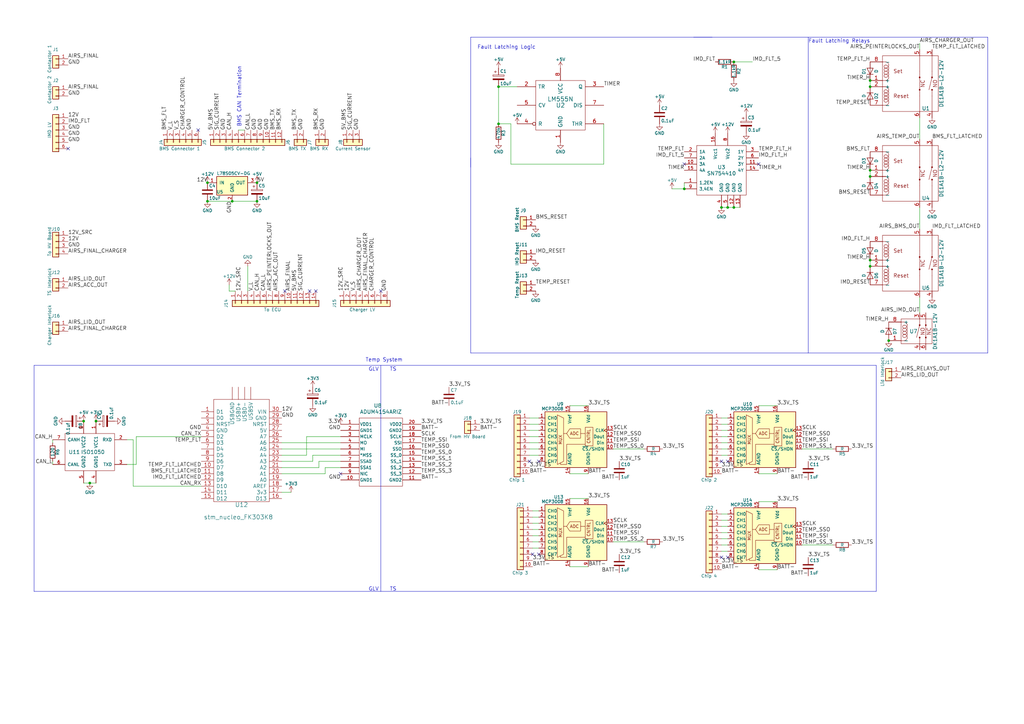
<source format=kicad_sch>
(kicad_sch (version 20230121) (generator eeschema)
  (paper "A3")
  (junction (at 85.09 82.55))
  (junction (at 298.45 85.09))
  (junction (at 356.87 35.56))
  (junction (at 356.87 106.68))
  (junction (at 105.41 74.93))
  (junction (at 105.41 82.55))
  (junction (at 356.87 72.39))
  (junction (at 300.99 25.4))
  (junction (at 95.25 82.55))
  (junction (at 356.87 109.22))
  (junction (at 204.47 50.8))
  (junction (at 364.49 139.7))
  (junction (at 356.87 69.85))
  (junction (at 300.99 85.09))
  (junction (at 280.67 77.47))
  (junction (at 39.37 172.72))
  (junction (at 204.47 35.56))
  (junction (at 34.29 172.72))
  (junction (at 85.09 74.93))
  (junction (at 36.83 198.12))
  (junction (at 295.91 85.09))
  (junction (at 356.87 33.02))
  (no_connect (at 116.84 119.38))
  (no_connect (at 27.94 60.96))
  (no_connect (at 139.7 194.31))
  (no_connect (at 218.44 227.33))
  (no_connect (at 298.45 228.6))
  (no_connect (at 295.91 189.23))
  (no_connect (at 220.98 227.33))
  (no_connect (at 81.28 53.34))
  (no_connect (at 217.17 189.23))
  (no_connect (at 156.21 119.38))
  (no_connect (at 220.98 189.23))
  (no_connect (at 127 119.38))
  (no_connect (at 280.67 67.31))
  (no_connect (at 129.54 119.38))
  (no_connect (at 311.15 67.31))
  (no_connect (at 295.91 228.6))
  (no_connect (at 298.45 189.23))
  (wire (pts (xy 295.91 215.9) (xy 298.45 215.9)))
  (wire (pts (xy 115.57 184.15) (xy 139.7 184.15)))
  (polyline (pts (xy 405.13 15.24) (xy 284.48 15.24)))
  (wire (pts (xy 130.81 191.77) (xy 130.81 189.23)))
  (wire (pts (xy 93.98 119.38) (xy 93.98 116.84)))
  (wire (pts (xy 115.57 181.61) (xy 139.7 181.61)))
  (wire (pts (xy 298.45 85.09) (xy 300.99 85.09)))
  (polyline (pts (xy 405.13 144.78) (xy 405.13 15.24)))
  (wire (pts (xy 298.45 223.52) (xy 295.91 223.52)))
  (wire (pts (xy 295.91 176.53) (xy 298.45 176.53)))
  (wire (pts (xy 298.45 213.36) (xy 295.91 213.36)))
  (wire (pts (xy 295.91 181.61) (xy 298.45 181.61)))
  (wire (pts (xy 115.57 194.31) (xy 133.35 194.31)))
  (wire (pts (xy 247.65 50.8) (xy 247.65 67.31)))
  (wire (pts (xy 209.55 67.31) (xy 247.65 67.31)))
  (wire (pts (xy 311.15 194.31) (xy 318.77 194.31)))
  (wire (pts (xy 128.27 189.23) (xy 128.27 186.69)))
  (wire (pts (xy 241.3 204.47) (xy 233.68 204.47)))
  (wire (pts (xy 125.73 186.69) (xy 125.73 179.07)))
  (wire (pts (xy 217.17 173.99) (xy 220.98 173.99)))
  (polyline (pts (xy 193.04 64.77) (xy 193.04 144.78)))
  (wire (pts (xy 377.19 128.27) (xy 377.19 121.92)))
  (wire (pts (xy 204.47 50.8) (xy 204.47 35.56)))
  (polyline (pts (xy 13.97 149.86) (xy 13.97 242.57)))
  (wire (pts (xy 55.88 179.07) (xy 82.55 179.07)))
  (wire (pts (xy 295.91 85.09) (xy 298.45 85.09)))
  (wire (pts (xy 298.45 184.15) (xy 295.91 184.15)))
  (wire (pts (xy 356.87 35.56) (xy 356.87 33.02)))
  (wire (pts (xy 295.91 220.98) (xy 298.45 220.98)))
  (wire (pts (xy 218.44 224.79) (xy 220.98 224.79)))
  (wire (pts (xy 133.35 194.31) (xy 133.35 191.77)))
  (polyline (pts (xy 193.04 68.58) (xy 193.04 15.24)))
  (wire (pts (xy 377.19 93.98) (xy 377.19 85.09)))
  (wire (pts (xy 318.77 205.74) (xy 311.15 205.74)))
  (wire (pts (xy 97.79 53.34) (xy 100.33 53.34)))
  (wire (pts (xy 295.91 171.45) (xy 298.45 171.45)))
  (wire (pts (xy 280.67 77.47) (xy 275.59 77.47)))
  (wire (pts (xy 241.3 194.31) (xy 233.68 194.31)))
  (wire (pts (xy 298.45 173.99) (xy 295.91 173.99)))
  (wire (pts (xy 125.73 179.07) (xy 139.7 179.07)))
  (wire (pts (xy 264.16 222.25) (xy 251.46 222.25)))
  (wire (pts (xy 21.59 189.23) (xy 21.59 190.5)))
  (wire (pts (xy 115.57 186.69) (xy 125.73 186.69)))
  (wire (pts (xy 217.17 179.07) (xy 220.98 179.07)))
  (wire (pts (xy 21.59 181.61) (xy 21.59 180.34)))
  (wire (pts (xy 298.45 179.07) (xy 295.91 179.07)))
  (wire (pts (xy 55.88 179.07) (xy 55.88 190.5)))
  (wire (pts (xy 115.57 189.23) (xy 128.27 189.23)))
  (wire (pts (xy 209.55 50.8) (xy 209.55 67.31)))
  (wire (pts (xy 54.61 180.34) (xy 52.07 180.34)))
  (wire (pts (xy 115.57 191.77) (xy 130.81 191.77)))
  (wire (pts (xy 55.88 190.5) (xy 52.07 190.5)))
  (polyline (pts (xy 13.97 242.57) (xy 359.41 242.57)))
  (wire (pts (xy 328.93 223.52) (xy 341.63 223.52)))
  (wire (pts (xy 133.35 191.77) (xy 139.7 191.77)))
  (polyline (pts (xy 193.04 144.78) (xy 405.13 144.78)))
  (wire (pts (xy 204.47 35.56) (xy 212.09 35.56)))
  (wire (pts (xy 95.25 82.55) (xy 105.41 82.55)))
  (wire (pts (xy 220.98 186.69) (xy 217.17 186.69)))
  (polyline (pts (xy 331.47 144.78) (xy 331.47 15.24)))
  (wire (pts (xy 280.67 74.93) (xy 280.67 77.47)))
  (wire (pts (xy 377.19 57.15) (xy 377.19 48.26)))
  (wire (pts (xy 311.15 233.68) (xy 318.77 233.68)))
  (wire (pts (xy 218.44 214.63) (xy 220.98 214.63)))
  (wire (pts (xy 341.63 184.15) (xy 328.93 184.15)))
  (wire (pts (xy 85.09 82.55) (xy 95.25 82.55)))
  (wire (pts (xy 295.91 186.69) (xy 298.45 186.69)))
  (wire (pts (xy 356.87 109.22) (xy 356.87 106.68)))
  (wire (pts (xy 220.98 222.25) (xy 218.44 222.25)))
  (wire (pts (xy 241.3 166.37) (xy 233.68 166.37)))
  (polyline (pts (xy 193.04 15.24) (xy 292.1 15.24)))
  (wire (pts (xy 220.98 181.61) (xy 217.17 181.61)))
  (wire (pts (xy 295.91 218.44) (xy 298.45 218.44)))
  (wire (pts (xy 220.98 171.45) (xy 217.17 171.45)))
  (wire (pts (xy 356.87 72.39) (xy 356.87 69.85)))
  (polyline (pts (xy 359.41 149.86) (xy 13.97 149.86)))
  (wire (pts (xy 295.91 226.06) (xy 298.45 226.06)))
  (wire (pts (xy 54.61 199.39) (xy 54.61 180.34)))
  (wire (pts (xy 220.98 212.09) (xy 218.44 212.09)))
  (wire (pts (xy 128.27 186.69) (xy 139.7 186.69)))
  (wire (pts (xy 218.44 209.55) (xy 220.98 209.55)))
  (wire (pts (xy 218.44 219.71) (xy 220.98 219.71)))
  (wire (pts (xy 295.91 210.82) (xy 298.45 210.82)))
  (wire (pts (xy 101.6 119.38) (xy 101.6 109.22)))
  (polyline (pts (xy 359.41 242.57) (xy 359.41 149.86)))
  (wire (pts (xy 36.83 198.12) (xy 39.37 198.12)))
  (wire (pts (xy 130.81 189.23) (xy 139.7 189.23)))
  (wire (pts (xy 318.77 166.37) (xy 311.15 166.37)))
  (wire (pts (xy 300.99 25.4) (xy 308.61 25.4)))
  (polyline (pts (xy 156.21 242.57) (xy 156.21 149.86)))
  (wire (pts (xy 217.17 184.15) (xy 220.98 184.15)))
  (wire (pts (xy 377.19 20.32) (xy 377.19 17.78)))
  (wire (pts (xy 220.98 217.17) (xy 218.44 217.17)))
  (wire (pts (xy 251.46 184.15) (xy 264.16 184.15)))
  (wire (pts (xy 204.47 50.8) (xy 209.55 50.8)))
  (wire (pts (xy 241.3 232.41) (xy 233.68 232.41)))
  (wire (pts (xy 115.57 201.93) (xy 119.38 201.93)))
  (wire (pts (xy 96.52 119.38) (xy 93.98 119.38)))
  (wire (pts (xy 82.55 199.39) (xy 54.61 199.39)))
  (wire (pts (xy 220.98 176.53) (xy 217.17 176.53)))
  (wire (pts (xy 34.29 198.12) (xy 36.83 198.12)))
  (wire (pts (xy 300.99 85.09) (xy 303.53 85.09)))
  (text "Fault Latching Logic" (at 219.71 20.32 0) (effects (font (size 1.524 1.524)) (justify right bottom)))
  (text "GLV    TS" (at 151.13 242.57 0) (effects (font (size 1.524 1.524)) (justify left bottom)))
  (text "BMS CAN Termination" (at 99.06 52.07 90) (effects (font (size 1.524 1.524)) (justify left bottom)))
  (text "Fault Latching Relays" (at 356.87 17.78 0) (effects (font (size 1.524 1.524)) (justify right bottom)))
  (text "Temp System" (at 149.86 148.59 0) (effects (font (size 1.524 1.524)) (justify left bottom)))
  (text "GLV    TS" (at 151.13 152.4 0) (effects (font (size 1.524 1.524)) (justify left bottom)))
  (label "BATT-" (at 241.3 232.41 0) (effects (font (size 1.524 1.524))))
  (label "V_S" (at 146.05 119.38 90) (effects (font (size 1.524 1.524))))
  (label "IMD_FLT_LATCHED" (at 82.55 196.85 180) (effects (font (size 1.524 1.524))))
  (label "CHARGER_CONTROL" (at 76.2 53.34 90) (effects (font (size 1.524 1.524))))
  (label "IMD_FLT_H" (at 311.15 64.77 0) (effects (font (size 1.524 1.524))))
  (label "BATT-" (at 218.44 232.41 0) (effects (font (size 1.524 1.524))))
  (label "5V_BMS" (at 121.92 119.38 90) (effects (font (size 1.524 1.524))))
  (label "12V" (at 115.57 168.91 0) (effects (font (size 1.524 1.524))))
  (label "3.3V_TS" (at 196.85 173.99 0) (effects (font (size 1.524 1.524))))
  (label "GND" (at 110.49 53.34 90) (effects (font (size 1.524 1.524))))
  (label "GND" (at 27.94 39.37 0) (effects (font (size 1.524 1.524))))
  (label "BATT-" (at 184.15 166.37 180) (effects (font (size 1.524 1.524))))
  (label "5V_BMS" (at 87.63 53.34 90) (effects (font (size 1.524 1.524))))
  (label "AIRS_FINAL" (at 27.94 24.13 0) (effects (font (size 1.524 1.524))))
  (label "CAN_TX" (at 82.55 179.07 180) (effects (font (size 1.524 1.524))))
  (label "12V" (at 85.09 74.93 180) (effects (font (size 1.524 1.524))))
  (label "TIMER_H" (at 356.87 33.02 180) (effects (font (size 1.524 1.524))))
  (label "TIMER" (at 247.65 35.56 0) (effects (font (size 1.524 1.524))))
  (label "BATT-" (at 318.77 194.31 0) (effects (font (size 1.524 1.524))))
  (label "TEMP_SSO" (at 328.93 179.07 0) (effects (font (size 1.524 1.524))))
  (label "TEMP_FLT_LATCHED" (at 382.27 20.32 0) (effects (font (size 1.524 1.524))))
  (label "IMD_FLT_LATCHED" (at 382.27 93.98 0) (effects (font (size 1.524 1.524))))
  (label "BATT-" (at 172.72 196.85 0) (effects (font (size 1.524 1.524))))
  (label "TEMP_SSO" (at 172.72 184.15 0) (effects (font (size 1.524 1.524))))
  (label "BATT-" (at 295.91 194.31 0) (effects (font (size 1.524 1.524))))
  (label "GND" (at 158.75 119.38 90) (effects (font (size 1.524 1.524))))
  (label "GND" (at 27.94 55.88 0) (effects (font (size 1.524 1.524))))
  (label "GND" (at 78.74 53.34 90) (effects (font (size 1.524 1.524))))
  (label "BMS_FLT_LATCHED" (at 82.55 194.31 180) (effects (font (size 1.524 1.524))))
  (label "3.3V_TS" (at 254 189.23 0) (effects (font (size 1.524 1.524))))
  (label "SIG_CURRENT" (at 124.46 119.38 90) (effects (font (size 1.524 1.524))))
  (label "BATT-" (at 254 234.95 180) (effects (font (size 1.524 1.524))))
  (label "SIG_CURRENT" (at 144.78 53.34 90) (effects (font (size 1.524 1.524))))
  (label "3.3V_TS" (at 349.25 184.15 0) (effects (font (size 1.524 1.524))))
  (label "TIMER" (at 280.67 69.85 180) (effects (font (size 1.524 1.524))))
  (label "TEMP_SS_1" (at 172.72 189.23 0) (effects (font (size 1.524 1.524))))
  (label "GND" (at 27.94 58.42 0) (effects (font (size 1.524 1.524))))
  (label "TIMER_H" (at 356.87 69.85 180) (effects (font (size 1.524 1.524))))
  (label "BMS_RX" (at 130.81 53.34 90) (effects (font (size 1.524 1.524))))
  (label "AIRS_LID_OUT" (at 369.57 154.94 0) (effects (font (size 1.524 1.524))))
  (label "AIRS_ACC_OUT" (at 114.3 119.38 90) (effects (font (size 1.524 1.524))))
  (label "3.3V_TS" (at 217.17 191.77 0) (effects (font (size 1.524 1.524))))
  (label "GND" (at 92.71 53.34 90) (effects (font (size 1.524 1.524))))
  (label "3.3V_TS" (at 271.78 222.25 0) (effects (font (size 1.524 1.524))))
  (label "IMD_FLT" (at 27.94 50.8 0) (effects (font (size 1.524 1.524))))
  (label "GND" (at 27.94 26.67 0) (effects (font (size 1.524 1.524))))
  (label "TEMP_SS_0" (at 172.72 186.69 0) (effects (font (size 1.524 1.524))))
  (label "3.3V_TS" (at 318.77 205.74 0) (effects (font (size 1.524 1.524))))
  (label "AIRS_TEMP_OUT" (at 377.19 57.15 180) (effects (font (size 1.524 1.524))))
  (label "CHARGER_CONTROL" (at 153.67 119.38 90) (effects (font (size 1.524 1.524))))
  (label "TEMP_FLT" (at 82.55 181.61 180) (effects (font (size 1.524 1.524))))
  (label "TEMP_SSO" (at 251.46 217.17 0) (effects (font (size 1.524 1.524))))
  (label "3.3V_TS" (at 271.78 184.15 0) (effects (font (size 1.524 1.524))))
  (label "AIRS_RELAYS_OUT" (at 369.57 152.4 0) (effects (font (size 1.524 1.524))))
  (label "IMD_RESET" (at 219.71 104.14 0) (effects (font (size 1.524 1.524))))
  (label "SCLK" (at 328.93 215.9 0) (effects (font (size 1.524 1.524))))
  (label "V_L" (at 104.14 119.38 90) (effects (font (size 1.524 1.524))))
  (label "AIRS_IMD_OUT" (at 377.19 128.27 180) (effects (font (size 1.524 1.524))))
  (label "GND" (at 107.95 53.34 90) (effects (font (size 1.524 1.524))))
  (label "TEMP_FLT_H" (at 311.15 62.23 0) (effects (font (size 1.524 1.524))))
  (label "12V" (at 143.51 119.38 90) (effects (font (size 1.524 1.524))))
  (label "IMD_FLT_5" (at 308.61 25.4 0) (effects (font (size 1.524 1.524))))
  (label "AIRS_FINAL_CHARGER" (at 151.13 119.38 90) (effects (font (size 1.524 1.524))))
  (label "BATT-" (at 295.91 233.68 0) (effects (font (size 1.524 1.524))))
  (label "IMD_FLT" (at 293.37 25.4 180) (effects (font (size 1.524 1.524))))
  (label "V_L" (at 71.12 53.34 90) (effects (font (size 1.524 1.524))))
  (label "TEMP_SS_2" (at 251.46 222.25 0) (effects (font (size 1.524 1.524))))
  (label "IMD_RESET" (at 356.87 116.84 180) (effects (font (size 1.524 1.524))))
  (label "3.3V_TS" (at 349.25 223.52 0) (effects (font (size 1.524 1.524))))
  (label "TEMP_RESET" (at 219.71 116.84 0) (effects (font (size 1.524 1.524))))
  (label "5V_BMS" (at 142.24 53.34 90) (effects (font (size 1.524 1.524))))
  (label "TIMER_H" (at 364.49 132.08 180) (effects (font (size 1.524 1.524))))
  (label "3.3V" (at 139.7 173.99 180) (effects (font (size 1.524 1.524))))
  (label "TEMP_RESET" (at 356.87 43.18 180) (effects (font (size 1.524 1.524))))
  (label "GND" (at 82.55 176.53 180) (effects (font (size 1.524 1.524))))
  (label "BATT-" (at 331.47 236.22 180) (effects (font (size 1.524 1.524))))
  (label "BATT-" (at 254 196.85 180) (effects (font (size 1.524 1.524))))
  (label "AIRS_BMS_OUT" (at 377.19 93.98 180) (effects (font (size 1.524 1.524))))
  (label "TEMP_SSI" (at 172.72 181.61 0) (effects (font (size 1.524 1.524))))
  (label "3.3V_TS" (at 241.3 204.47 0) (effects (font (size 1.524 1.524))))
  (label "SCLK" (at 328.93 176.53 0) (effects (font (size 1.524 1.524))))
  (label "TEMP_FLT" (at 280.67 62.23 180) (effects (font (size 1.524 1.524))))
  (label "BATT-" (at 172.72 176.53 0) (effects (font (size 1.524 1.524))))
  (label "CAN_L" (at 109.22 119.38 90) (effects (font (size 1.524 1.524))))
  (label "IMD_FLT_5" (at 280.67 64.77 180) (effects (font (size 1.524 1.524))))
  (label "SCLK" (at 251.46 176.53 0) (effects (font (size 1.524 1.524))))
  (label "BATT-" (at 318.77 233.68 0) (effects (font (size 1.524 1.524))))
  (label "BATT-" (at 196.85 176.53 0) (effects (font (size 1.524 1.524))))
  (label "BMS_FLT" (at 356.87 62.23 180) (effects (font (size 1.524 1.524))))
  (label "12V" (at 27.94 99.06 0) (effects (font (size 1.524 1.524))))
  (label "TEMP_SS_2" (at 172.72 191.77 0) (effects (font (size 1.524 1.524))))
  (label "TIMER_H" (at 311.15 69.85 0) (effects (font (size 1.524 1.524))))
  (label "GND" (at 115.57 171.45 0) (effects (font (size 1.524 1.524))))
  (label "BMS_FLT_LATCHED" (at 382.27 57.15 0) (effects (font (size 1.524 1.524))))
  (label "CAN_L" (at 21.59 190.5 180) (effects (font (size 1.524 1.524))))
  (label "CAN_H" (at 106.68 119.38 90) (effects (font (size 1.524 1.524))))
  (label "AIRS_ACC_OUT" (at 27.94 118.11 0) (effects (font (size 1.524 1.524))))
  (label "AIRS_FINAL_CHARGER" (at 27.94 104.14 0) (effects (font (size 1.524 1.524))))
  (label "IMD_FLT_H" (at 356.87 99.06 180) (effects (font (size 1.524 1.524))))
  (label "TEMP_SS_0" (at 251.46 184.15 0) (effects (font (size 1.524 1.524))))
  (label "GND" (at 139.7 176.53 180) (effects (font (size 1.524 1.524))))
  (label "TEMP_SS_1" (at 328.93 184.15 0) (effects (font (size 1.524 1.524))))
  (label "AIRS_PEINTERLOCKS_OUT" (at 377.19 20.32 180) (effects (font (size 1.524 1.524))))
  (label "BMS_RESET" (at 219.71 90.17 0) (effects (font (size 1.524 1.524))))
  (label "SCLK" (at 251.46 214.63 0) (effects (font (size 1.524 1.524))))
  (label "TEMP_SSI" (at 328.93 220.98 0) (effects (font (size 1.524 1.524))))
  (label "3.3V_TS" (at 184.15 158.75 0) (effects (font (size 1.524 1.524))))
  (label "GND" (at 124.46 53.34 90) (effects (font (size 1.524 1.524))))
  (label "AIRS_LID_OUT" (at 27.94 115.57 0) (effects (font (size 1.524 1.524))))
  (label "GND" (at 27.94 53.34 0) (effects (font (size 1.524 1.524))))
  (label "AIRS_FINAL" (at 119.38 119.38 90) (effects (font (size 1.524 1.524))))
  (label "AIRS_FINAL" (at 27.94 36.83 0) (effects (font (size 1.524 1.524))))
  (label "BATT-" (at 241.3 194.31 0) (effects (font (size 1.524 1.524))))
  (label "GND" (at 105.41 53.34 90) (effects (font (size 1.524 1.524))))
  (label "SCLK" (at 172.72 179.07 0) (effects (font (size 1.524 1.524))))
  (label "5V" (at 105.41 74.93 0) (effects (font (size 1.524 1.524))))
  (label "12V_SRC" (at 27.94 96.52 0) (effects (font (size 1.524 1.524))))
  (label "GND" (at 139.7 196.85 180) (effects (font (size 1.524 1.524))))
  (label "3.3V_TS" (at 218.44 229.87 0) (effects (font (size 1.524 1.524))))
  (label "3.3V_TS" (at 331.47 228.6 0) (effects (font (size 1.524 1.524))))
  (label "BMS_TX" (at 121.92 53.34 90) (effects (font (size 1.524 1.524))))
  (label "TEMP_FLT_H" (at 356.87 25.4 180) (effects (font (size 1.524 1.524))))
  (label "BMS_FLT" (at 68.58 53.34 90) (effects (font (size 1.524 1.524))))
  (label "TEMP_SSI" (at 251.46 181.61 0) (effects (font (size 1.524 1.524))))
  (label "3.3V_TS" (at 241.3 166.37 0) (effects (font (size 1.524 1.524))))
  (label "3.3V_TS" (at 295.91 231.14 0) (effects (font (size 1.524 1.524))))
  (label "CAN_L" (at 102.87 53.34 90) (effects (font (size 1.524 1.524))))
  (label "CAN_RX" (at 82.55 199.39 180) (effects (font (size 1.524 1.524))))
  (label "3.3V_TS" (at 331.47 189.23 0) (effects (font (size 1.524 1.524))))
  (label "CAN_H" (at 95.25 53.34 90) (effects (font (size 1.524 1.524))))
  (label "GND" (at 147.32 53.34 90) (effects (font (size 1.524 1.524))))
  (label "BMS_TX" (at 113.03 53.34 90) (effects (font (size 1.524 1.524))))
  (label "GND" (at 133.35 53.34 90) (effects (font (size 1.524 1.524))))
  (label "AIRS_CHARGER_OUT" (at 377.19 17.78 0) (effects (font (size 1.524 1.524))))
  (label "CAN_H" (at 21.59 180.34 180) (effects (font (size 1.524 1.524))))
  (label "BATT-" (at 217.17 194.31 0) (effects (font (size 1.524 1.524))))
  (label "BMS_RESET" (at 356.87 80.01 180) (effects (font (size 1.524 1.524))))
  (label "BATT-" (at 331.47 196.85 180) (effects (font (size 1.524 1.524))))
  (label "TEMP_SSO" (at 251.46 179.07 0) (effects (font (size 1.524 1.524))))
  (label "TEMP_FLT_LATCHED" (at 82.55 191.77 180) (effects (font (size 1.524 1.524))))
  (label "12V_SRC" (at 99.06 119.38 90) (effects (font (size 1.524 1.524))))
  (label "TEMP_SS_3" (at 172.72 194.31 0) (effects (font (size 1.524 1.524))))
  (label "12V" (at 27.94 48.26 0) (effects (font (size 1.524 1.524))))
  (label "BMS_RX" (at 115.57 53.34 90) (effects (font (size 1.524 1.524))))
  (label "3.3V_TS" (at 295.91 191.77 0) (effects (font (size 1.524 1.524))))
  (label "3.3V_TS" (at 254 227.33 0) (effects (font (size 1.524 1.524))))
  (label "AIRS_LID_OUT" (at 27.94 133.35 0) (effects (font (size 1.524 1.524))))
  (label "AIRS_PEINTERLOCKS_OUT" (at 111.76 119.38 90) (effects (font (size 1.524 1.524))))
  (label "TEMP_SS_3" (at 328.93 223.52 0) (effects (font (size 1.524 1.524))))
  (label "TIMER_H" (at 356.87 106.68 180) (effects (font (size 1.524 1.524))))
  (label "TEMP_SSO" (at 328.93 218.44 0) (effects (font (size 1.524 1.524))))
  (label "V_S" (at 73.66 53.34 90) (effects (font (size 1.524 1.524))))
  (label "3.3V_TS" (at 172.72 173.99 0) (effects (font (size 1.524 1.524))))
  (label "12V_SRC" (at 140.97 119.38 90) (effects (font (size 1.524 1.524))))
  (label "GND" (at 95.25 82.55 270) (effects (font (size 1.524 1.524))))
  (label "AIRS_FINAL_CHARGER" (at 27.94 135.89 0) (effects (font (size 1.524 1.524))))
  (label "3.3V_TS" (at 318.77 166.37 0) (effects (font (size 1.524 1.524))))
  (label "TEMP_SSI" (at 328.93 181.61 0) (effects (font (size 1.524 1.524))))
  (label "TEMP_SSI" (at 251.46 219.71 0) (effects (font (size 1.524 1.524))))
  (label "SIG_CURRENT" (at 90.17 53.34 90) (effects (font (size 1.524 1.524))))
  (label "AIRS_CHARGER_OUT" (at 148.59 119.38 90) (effects (font (size 1.524 1.524))))
  (label "GND" (at 27.94 101.6 0) (effects (font (size 1.524 1.524))))
  (symbol (lib_id "AccumulatorBoardLV-rescue:DK1A1B-12V") (at 377.19 135.89 0) (unit 1)
    (property "Reference" "U7" (at 374.65 135.89 0) (effects (font (size 1.524 1.524))))
    (property "Value" "DK1A1B-12V" (at 383.54 135.89 90) (effects (font (size 1.524 1.524))))
    (property "Footprint" "FSFootprints:DK1A1B-12V" (effects hide))
  )
  (symbol (lib_id "AccumulatorBoardLV-rescue:Conn_01x02") (at 22.86 115.57 0) (mirror y) (unit 1)
    (property "Reference" "J12" (at 22.86 111.76 0))
    (property "Value" "TS Interlock" (at 20.32 115.57 90))
    (property "Footprint" "Connectors_Molex:Molex_NanoFit_1x02x2.50mm_Straight" (effects hide))
  )
  (symbol (lib_id "AccumulatorBoardLV-rescue:L78S05CV-DG") (at 95.25 76.2 0) (unit 1)
    (property "Reference" "U5" (at 90.17 78.74 0))
    (property "Value" "L78S05CV-DG" (at 88.9 71.12 0) (effects (justify left)))
    (property "Footprint" "Power_Integrations:TO-220" (effects hide))
  )
  (symbol (lib_id "AccumulatorBoardLV-rescue:Conn_01x02") (at 214.63 90.17 0) (mirror y) (unit 1)
    (property "Reference" "J9" (at 214.63 86.36 0))
    (property "Value" "BMS Reset" (at 212.09 90.17 90))
    (property "Footprint" "Connectors_Molex:Molex_NanoFit_1x02x2.50mm_Straight" (effects hide))
  )
  (symbol (lib_id "AccumulatorBoardLV-rescue:Conn_01x02") (at 214.63 104.14 0) (mirror y) (unit 1)
    (property "Reference" "J11" (at 214.63 100.33 0))
    (property "Value" "IMD Reset" (at 212.09 104.14 90))
    (property "Footprint" "Connectors_Molex:Molex_NanoFit_1x02x2.50mm_Straight" (effects hide))
  )
  (symbol (lib_id "AccumulatorBoardLV-rescue:Conn_01x02") (at 22.86 24.13 0) (mirror y) (unit 1)
    (property "Reference" "J1" (at 22.86 20.32 0))
    (property "Value" "Contactor 1" (at 20.32 24.13 90))
    (property "Footprint" "Connectors_Molex:Molex_NanoFit_1x02x2.50mm_Straight" (effects hide))
  )
  (symbol (lib_id "AccumulatorBoardLV-rescue:Conn_01x02") (at 22.86 36.83 0) (mirror y) (unit 1)
    (property "Reference" "J2" (at 22.86 33.02 0))
    (property "Value" "Contactor 2" (at 20.32 36.83 90))
    (property "Footprint" "Connectors_Molex:Molex_NanoFit_1x02x2.50mm_Straight" (effects hide))
  )
  (symbol (lib_id "AccumulatorBoardLV-rescue:Conn_01x02") (at 364.49 152.4 0) (mirror y) (unit 1)
    (property "Reference" "J17" (at 364.49 148.59 0))
    (property "Value" "Lid Interlock" (at 361.95 152.4 90))
    (property "Footprint" "Connectors_Molex:Molex_NanoFit_1x02x2.50mm_Straight" (effects hide))
  )
  (symbol (lib_id "AccumulatorBoardLV-rescue:+5V") (at 105.41 74.93 0) (unit 1)
    (property "Reference" "#PWR01" (effects hide))
    (property "Value" "+5V" (at 105.41 71.374 0))
  )
  (symbol (lib_id "AccumulatorBoardLV-rescue:+12V") (at 85.09 74.93 0) (unit 1)
    (property "Reference" "#PWR02" (effects hide))
    (property "Value" "+12V" (at 85.09 71.374 0))
  )
  (symbol (lib_id "AccumulatorBoardLV-rescue:SN754410") (at 295.91 69.85 0) (unit 1)
    (property "Reference" "U3" (at 295.91 68.58 0) (effects (font (size 1.524 1.524))))
    (property "Value" "SN754410" (at 295.91 71.12 0) (effects (font (size 1.524 1.524))))
    (property "Footprint" "Housings_DIP:DIP-16_W7.62mm" (effects hide))
  )
  (symbol (lib_id "AccumulatorBoardLV-rescue:GND") (at 295.91 85.09 0) (unit 1)
    (property "Reference" "#PWR03" (effects hide))
    (property "Value" "GND" (at 295.91 88.9 0))
  )
  (symbol (lib_id "AccumulatorBoardLV-rescue:+5V") (at 293.37 54.61 0) (unit 1)
    (property "Reference" "#PWR04" (effects hide))
    (property "Value" "+5V" (at 293.37 51.054 0))
  )
  (symbol (lib_id "AccumulatorBoardLV-rescue:+12V") (at 298.45 54.61 0) (unit 1)
    (property "Reference" "#PWR05" (effects hide))
    (property "Value" "+12V" (at 298.45 51.054 0))
  )
  (symbol (lib_id "AccumulatorBoardLV-rescue:R") (at 297.18 25.4 270) (unit 1)
    (property "Reference" "R1" (at 297.18 27.432 90))
    (property "Value" "1.1kR" (at 297.18 25.4 90))
    (property "Footprint" "Resistors_SMD:R_0805_HandSoldering" (effects hide))
  )
  (symbol (lib_id "AccumulatorBoardLV-rescue:R") (at 300.99 29.21 0) (unit 1)
    (property "Reference" "R2" (at 303.022 29.21 90))
    (property "Value" "1.1kR" (at 300.99 29.21 90))
    (property "Footprint" "Resistors_SMD:R_0805_HandSoldering" (effects hide))
  )
  (symbol (lib_id "AccumulatorBoardLV-rescue:GND") (at 300.99 33.02 0) (unit 1)
    (property "Reference" "#PWR06" (effects hide))
    (property "Value" "GND" (at 300.99 36.83 0))
  )
  (symbol (lib_id "AccumulatorBoardLV-rescue:LM555N") (at 229.87 43.18 0) (unit 1)
    (property "Reference" "U2" (at 229.87 43.18 0) (effects (font (size 1.778 1.778))))
    (property "Value" "LM555N" (at 229.87 40.64 0) (effects (font (size 1.778 1.778))))
    (property "Footprint" "Housings_DIP:DIP-8_W7.62mm" (effects hide))
  )
  (symbol (lib_id "AccumulatorBoardLV-rescue:GND") (at 229.87 58.42 0) (unit 1)
    (property "Reference" "#PWR07" (effects hide))
    (property "Value" "GND" (at 229.87 62.23 0))
  )
  (symbol (lib_id "AccumulatorBoardLV-rescue:+5V") (at 229.87 27.94 0) (unit 1)
    (property "Reference" "#PWR08" (effects hide))
    (property "Value" "+5V" (at 229.87 24.384 0))
  )
  (symbol (lib_id "AccumulatorBoardLV-rescue:+5V") (at 204.47 27.94 0) (unit 1)
    (property "Reference" "#PWR09" (effects hide))
    (property "Value" "+5V" (at 204.47 24.384 0))
  )
  (symbol (lib_id "AccumulatorBoardLV-rescue:CP") (at 204.47 31.75 0) (unit 1)
    (property "Reference" "C1" (at 205.105 29.21 0) (effects (justify left)))
    (property "Value" "10uF" (at 205.105 34.29 0) (effects (justify left)))
    (property "Footprint" "Capacitors_THT:CP_Radial_D5.0mm_P2.50mm" (effects hide))
  )
  (symbol (lib_id "AccumulatorBoardLV-rescue:+5V") (at 212.09 50.8 0) (unit 1)
    (property "Reference" "#PWR010" (effects hide))
    (property "Value" "+5V" (at 212.09 47.244 0))
  )
  (symbol (lib_id "AccumulatorBoardLV-rescue:R") (at 204.47 54.61 0) (unit 1)
    (property "Reference" "R3" (at 206.502 54.61 90))
    (property "Value" "470k" (at 204.47 54.61 90))
    (property "Footprint" "Resistors_SMD:R_0805_HandSoldering" (effects hide))
  )
  (symbol (lib_id "AccumulatorBoardLV-rescue:GND") (at 204.47 58.42 0) (unit 1)
    (property "Reference" "#PWR011" (effects hide))
    (property "Value" "GND" (at 204.47 62.23 0))
  )
  (symbol (lib_id "AccumulatorBoardLV-rescue:Conn_01x12") (at 100.33 58.42 90) (mirror x) (unit 1)
    (property "Reference" "J5" (at 83.82 58.42 0))
    (property "Value" "BMS Connector 2" (at 100.33 60.96 90))
    (property "Footprint" "Connectors_Molex:Molex_NanoFit_2x06x2.50mm_Straight" (effects hide))
  )
  (symbol (lib_id "AccumulatorBoardLV-rescue:Conn_01x02") (at 121.92 58.42 90) (mirror x) (unit 1)
    (property "Reference" "J6" (at 118.11 58.42 0))
    (property "Value" "BMS TX" (at 121.92 60.96 90))
    (property "Footprint" "Connectors_Molex:Molex_NanoFit_1x02x2.50mm_Straight" (effects hide))
  )
  (symbol (lib_id "AccumulatorBoardLV-rescue:Conn_01x02") (at 130.81 58.42 90) (mirror x) (unit 1)
    (property "Reference" "J7" (at 127 58.42 0))
    (property "Value" "BMS RX" (at 130.81 60.96 90))
    (property "Footprint" "Connectors_Molex:Molex_NanoFit_1x02x2.50mm_Straight" (effects hide))
  )
  (symbol (lib_id "AccumulatorBoardLV-rescue:Conn_01x06") (at 22.86 53.34 0) (mirror y) (unit 1)
    (property "Reference" "J3" (at 22.86 44.45 0))
    (property "Value" "IMD LV" (at 20.32 53.34 90))
    (property "Footprint" "Connectors_Molex:Molex_NanoFit_2x03x2.50mm_Straight" (effects hide))
  )
  (symbol (lib_id "AccumulatorBoardLV-rescue:+5V") (at 275.59 77.47 0) (unit 1)
    (property "Reference" "#PWR012" (effects hide))
    (property "Value" "+5V" (at 275.59 73.914 0))
  )
  (symbol (lib_id "AccumulatorBoardLV-rescue:Conn_01x02") (at 214.63 116.84 0) (mirror y) (unit 1)
    (property "Reference" "J13" (at 214.63 113.03 0))
    (property "Value" "Temp Reset" (at 212.09 116.84 90))
    (property "Footprint" "Connectors_Molex:Molex_NanoFit_1x02x2.50mm_Straight" (effects hide))
  )
  (symbol (lib_id "AccumulatorBoardLV-rescue:Conn_01x08") (at 148.59 124.46 90) (mirror x) (unit 1)
    (property "Reference" "J15" (at 137.16 124.46 0))
    (property "Value" "Charger LV" (at 148.59 127 90))
    (property "Footprint" "FSFootprints:Ampseal-776276-1" (effects hide))
  )
  (symbol (lib_id "AccumulatorBoardLV-rescue:GND") (at 219.71 92.71 0) (unit 1)
    (property "Reference" "#PWR013" (effects hide))
    (property "Value" "GND" (at 219.71 96.52 0))
  )
  (symbol (lib_id "AccumulatorBoardLV-rescue:GND") (at 219.71 106.68 0) (unit 1)
    (property "Reference" "#PWR014" (effects hide))
    (property "Value" "GND" (at 219.71 110.49 0))
  )
  (symbol (lib_id "AccumulatorBoardLV-rescue:GND") (at 219.71 119.38 0) (unit 1)
    (property "Reference" "#PWR015" (effects hide))
    (property "Value" "GND" (at 219.71 123.19 0))
  )
  (symbol (lib_id "AccumulatorBoardLV-rescue:Conn_01x02") (at 22.86 133.35 0) (mirror y) (unit 1)
    (property "Reference" "J16" (at 22.86 129.54 0))
    (property "Value" "Charger Interlock" (at 20.32 133.35 90))
    (property "Footprint" "Connectors_Molex:Molex_NanoFit_1x02x2.50mm_Straight" (effects hide))
  )
  (symbol (lib_id "AccumulatorBoardLV-rescue:+12V") (at 93.98 116.84 0) (unit 1)
    (property "Reference" "#PWR016" (effects hide))
    (property "Value" "+12V" (at 93.98 113.284 0))
  )
  (symbol (lib_id "AccumulatorBoardLV-rescue:GND") (at 101.6 109.22 180) (unit 1)
    (property "Reference" "#PWR017" (effects hide))
    (property "Value" "GND" (at 101.6 105.41 0))
  )
  (symbol (lib_id "AccumulatorBoardLV-rescue:GND") (at 85.09 82.55 0) (unit 1)
    (property "Reference" "#PWR018" (effects hide))
    (property "Value" "GND" (at 85.09 86.36 0))
  )
  (symbol (lib_id "AccumulatorBoardLV-rescue:CP") (at 105.41 78.74 0) (unit 1)
    (property "Reference" "C5" (at 106.045 76.2 0) (effects (justify left)))
    (property "Value" "10uF" (at 106.045 81.28 0) (effects (justify left)))
    (property "Footprint" "Capacitors_THT:CP_Radial_D5.0mm_P2.50mm" (effects hide))
  )
  (symbol (lib_id "AccumulatorBoardLV-rescue:C") (at 85.09 78.74 0) (unit 1)
    (property "Reference" "C4" (at 85.725 76.2 0) (effects (justify left)))
    (property "Value" "10uF" (at 85.725 81.28 0) (effects (justify left)))
    (property "Footprint" "Capacitors_THT:CP_Radial_D5.0mm_P2.50mm" (effects hide))
  )
  (symbol (lib_id "AccumulatorBoardLV-rescue:GND") (at 105.41 82.55 0) (unit 1)
    (property "Reference" "#PWR019" (effects hide))
    (property "Value" "GND" (at 105.41 86.36 0))
  )
  (symbol (lib_id "AccumulatorBoardLV-rescue:C") (at 270.51 46.99 0) (unit 1)
    (property "Reference" "C2" (at 271.145 44.45 0) (effects (justify left)))
    (property "Value" "0.1uF" (at 271.145 49.53 0) (effects (justify left)))
    (property "Footprint" "Capacitors_THT:C_Disc_D3.0mm_W1.6mm_P2.50mm" (effects hide))
  )
  (symbol (lib_id "AccumulatorBoardLV-rescue:GND") (at 270.51 50.8 0) (unit 1)
    (property "Reference" "#PWR020" (effects hide))
    (property "Value" "GND" (at 270.51 54.61 0))
  )
  (symbol (lib_id "AccumulatorBoardLV-rescue:+5V") (at 270.51 43.18 0) (unit 1)
    (property "Reference" "#PWR021" (effects hide))
    (property "Value" "+5V" (at 270.51 39.624 0))
  )
  (symbol (lib_id "AccumulatorBoardLV-rescue:GND") (at 306.07 54.61 0) (unit 1)
    (property "Reference" "#PWR022" (effects hide))
    (property "Value" "GND" (at 306.07 58.42 0))
  )
  (symbol (lib_id "AccumulatorBoardLV-rescue:+12V") (at 306.07 46.99 0) (unit 1)
    (property "Reference" "#PWR023" (effects hide))
    (property "Value" "+12V" (at 306.07 43.434 0))
  )
  (symbol (lib_id "AccumulatorBoardLV-rescue:CP") (at 306.07 50.8 0) (unit 1)
    (property "Reference" "C3" (at 306.705 48.26 0) (effects (justify left)))
    (property "Value" "0.1uF" (at 306.705 53.34 0) (effects (justify left)))
    (property "Footprint" "Capacitors_THT:C_Disc_D3.0mm_W1.6mm_P2.50mm" (effects hide))
  )
  (symbol (lib_id "AccumulatorBoardLV-rescue:Conn_01x14") (at 111.76 124.46 90) (mirror x) (unit 1)
    (property "Reference" "J14" (at 92.71 124.46 0))
    (property "Value" "To ECU" (at 111.76 127 90))
    (property "Footprint" "FSFootprints:Ampseal-776261" (effects hide))
  )
  (symbol (lib_id "AccumulatorBoardLV-rescue:Conn_01x03") (at 144.78 58.42 90) (mirror x) (unit 1)
    (property "Reference" "J8" (at 139.7 58.42 0))
    (property "Value" "Current Sensor" (at 144.78 60.96 90))
    (property "Footprint" "Connectors_Molex:Molex_NanoFit_1x03x2.50mm_Straight" (effects hide))
  )
  (symbol (lib_id "AccumulatorBoardLV-rescue:stm_nucleo_FK303K8") (at 99.06 190.5 0) (unit 1)
    (property "Reference" "U12" (at 99.06 207.01 0) (effects (font (size 1.778 1.778))))
    (property "Value" "stm_nucleo_FK303K8" (at 97.79 212.09 0) (effects (font (size 1.778 1.778))))
    (property "Footprint" "FSFootprints:arduino_mini" (effects hide))
  )
  (symbol (lib_id "AccumulatorBoardLV-rescue:ISO1050") (at 36.83 185.42 0) (mirror y) (unit 1)
    (property "Reference" "U11" (at 30.48 185.42 0) (effects (font (size 1.524 1.524))))
    (property "Value" "ISO1050" (at 38.1 185.42 0) (effects (font (size 1.524 1.524))))
    (property "Footprint" "Housings_DIP:DIP-8_W8.89mm_SMDSocket_LongPads" (effects hide))
  )
  (symbol (lib_id "AccumulatorBoardLV-rescue:GND") (at 36.83 198.12 0) (unit 1)
    (property "Reference" "#PWR024" (effects hide))
    (property "Value" "GND" (at 36.83 201.93 0))
  )
  (symbol (lib_id "AccumulatorBoardLV-rescue:+3.3V") (at 119.38 201.93 0) (unit 1)
    (property "Reference" "#PWR025" (effects hide))
    (property "Value" "+3.3V" (at 119.38 198.374 0))
  )
  (symbol (lib_id "AccumulatorBoardLV-rescue:+3.3V") (at 39.37 172.72 0) (unit 1)
    (property "Reference" "#PWR026" (effects hide))
    (property "Value" "+3.3V" (at 39.37 169.164 0))
  )
  (symbol (lib_id "AccumulatorBoardLV-rescue:+5V") (at 34.29 172.72 0) (unit 1)
    (property "Reference" "#PWR027" (effects hide))
    (property "Value" "+5V" (at 34.29 169.164 0))
  )
  (symbol (lib_id "AccumulatorBoardLV-rescue:ADUM4154ARIZ") (at 137.16 171.45 0) (unit 1)
    (property "Reference" "U8" (at 154.94 166.37 0) (effects (font (size 1.524 1.524))))
    (property "Value" "ADUM4154ARIZ" (at 156.21 168.91 0) (effects (font (size 1.524 1.524))))
    (property "Footprint" "Housings_SOIC:SOIC-20W_7.5x12.8mm_Pitch1.27mm" (effects hide))
  )
  (symbol (lib_id "AccumulatorBoardLV-rescue:+3.3V") (at 128.27 158.75 0) (unit 1)
    (property "Reference" "#PWR028" (effects hide))
    (property "Value" "+3.3V" (at 128.27 155.194 0))
  )
  (symbol (lib_id "AccumulatorBoardLV-rescue:GND") (at 128.27 166.37 0) (unit 1)
    (property "Reference" "#PWR029" (effects hide))
    (property "Value" "GND" (at 128.27 170.18 0))
  )
  (symbol (lib_id "AccumulatorBoardLV-rescue:Conn_01x02") (at 191.77 173.99 0) (mirror y) (unit 1)
    (property "Reference" "J18" (at 191.77 171.45 0))
    (property "Value" "From HV Board" (at 191.77 179.07 0))
    (property "Footprint" "Connectors_Molex:Molex_NanoFit_1x02x2.50mm_Straight" (effects hide))
  )
  (symbol (lib_id "AccumulatorBoardLV-rescue:MCP3008") (at 236.22 217.17 0) (unit 1)
    (property "Reference" "U13" (at 231.14 203.835 0) (effects (justify right)))
    (property "Value" "MCP3008" (at 231.14 205.74 0) (effects (justify right)))
    (property "Footprint" "Housings_SOIC:SOIC-16_3.9x9.9mm_Pitch1.27mm" (effects hide))
  )
  (symbol (lib_id "AccumulatorBoardLV-rescue:MCP3008") (at 313.69 179.07 0) (unit 1)
    (property "Reference" "U10" (at 308.61 165.735 0) (effects (justify right)))
    (property "Value" "MCP3008" (at 308.61 167.64 0) (effects (justify right)))
    (property "Footprint" "Housings_SOIC:SOIC-16_3.9x9.9mm_Pitch1.27mm" (effects hide))
  )
  (symbol (lib_id "AccumulatorBoardLV-rescue:MCP3008") (at 313.69 218.44 0) (unit 1)
    (property "Reference" "U14" (at 308.61 205.105 0) (effects (justify right)))
    (property "Value" "MCP3008" (at 308.61 207.01 0) (effects (justify right)))
    (property "Footprint" "Housings_SOIC:SOIC-16_3.9x9.9mm_Pitch1.27mm" (effects hide))
  )
  (symbol (lib_id "AccumulatorBoardLV-rescue:MCP3008") (at 236.22 179.07 0) (unit 1)
    (property "Reference" "U9" (at 231.14 165.735 0) (effects (justify right)))
    (property "Value" "MCP3008" (at 231.14 167.64 0) (effects (justify right)))
    (property "Footprint" "Housings_SOIC:SOIC-16_3.9x9.9mm_Pitch1.27mm" (effects hide))
  )
  (symbol (lib_id "AccumulatorBoardLV-rescue:C") (at 184.15 162.56 0) (unit 1)
    (property "Reference" "C7" (at 184.785 160.02 0) (effects (justify left)))
    (property "Value" "0.1uF" (at 184.785 165.1 0) (effects (justify left)))
    (property "Footprint" "Capacitors_THT:C_Disc_D3.0mm_W1.6mm_P2.50mm" (effects hide))
  )
  (symbol (lib_id "AccumulatorBoardLV-rescue:DE1A1B-L2-12V") (at 375.92 34.29 0) (unit 1)
    (property "Reference" "U1" (at 379.73 44.45 0) (effects (font (size 1.524 1.524))))
    (property "Value" "DE1A1B-L2-12V" (at 386.08 34.29 90) (effects (font (size 1.524 1.524))))
    (property "Footprint" "FSFootprints:DE1A1B-L2-12V" (effects hide))
  )
  (symbol (lib_id "AccumulatorBoardLV-rescue:GND") (at 382.27 48.26 0) (unit 1)
    (property "Reference" "#PWR030" (effects hide))
    (property "Value" "GND" (at 382.27 52.07 0))
  )
  (symbol (lib_id "AccumulatorBoardLV-rescue:DE1A1B-L2-12V") (at 375.92 71.12 0) (unit 1)
    (property "Reference" "U4" (at 379.73 81.28 0) (effects (font (size 1.524 1.524))))
    (property "Value" "DE1A1B-L2-12V" (at 386.08 71.12 90) (effects (font (size 1.524 1.524))))
    (property "Footprint" "FSFootprints:DE1A1B-L2-12V" (effects hide))
  )
  (symbol (lib_id "AccumulatorBoardLV-rescue:GND") (at 382.27 85.09 0) (unit 1)
    (property "Reference" "#PWR031" (effects hide))
    (property "Value" "GND" (at 382.27 88.9 0))
  )
  (symbol (lib_id "AccumulatorBoardLV-rescue:DE1A1B-L2-12V") (at 375.92 107.95 0) (unit 1)
    (property "Reference" "U6" (at 379.73 118.11 0) (effects (font (size 1.524 1.524))))
    (property "Value" "DE1A1B-L2-12V" (at 386.08 107.95 90) (effects (font (size 1.524 1.524))))
    (property "Footprint" "FSFootprints:DE1A1B-L2-12V" (effects hide))
  )
  (symbol (lib_id "AccumulatorBoardLV-rescue:GND") (at 382.27 121.92 0) (unit 1)
    (property "Reference" "#PWR032" (effects hide))
    (property "Value" "GND" (at 382.27 125.73 0))
  )
  (symbol (lib_id "AccumulatorBoardLV-rescue:GND") (at 364.49 139.7 0) (unit 1)
    (property "Reference" "#PWR033" (effects hide))
    (property "Value" "GND" (at 364.49 143.51 0))
  )
  (symbol (lib_id "AccumulatorBoardLV-rescue:Conn_01x06") (at 73.66 58.42 90) (mirror x) (unit 1)
    (property "Reference" "J4" (at 66.04 58.42 0))
    (property "Value" "BMS Connector 1" (at 73.66 60.96 90))
    (property "Footprint" "Connectors_Molex:Molex_NanoFit_2x03x2.50mm_Straight" (effects hide))
  )
  (symbol (lib_id "AccumulatorBoardLV-rescue:Conn_01x04") (at 22.86 99.06 0) (mirror y) (unit 1)
    (property "Reference" "J10" (at 22.86 93.98 0))
    (property "Value" "To HV Board" (at 20.32 99.06 90))
    (property "Footprint" "Connectors_Molex:Molex_NanoFit_2x02x2.50mm_Straight" (effects hide))
  )
  (symbol (lib_id "AccumulatorBoardLV-rescue:R") (at 21.59 185.42 0) (unit 1)
    (property "Reference" "R6" (at 23.622 185.42 90))
    (property "Value" "120" (at 21.59 185.42 90))
    (property "Footprint" "Resistors_SMD:R_0805_HandSoldering" (effects hide))
  )
  (symbol (lib_id "AccumulatorBoardLV-rescue:CP") (at 128.27 162.56 0) (unit 1)
    (property "Reference" "C6" (at 128.905 160.02 0) (effects (justify left)))
    (property "Value" "0.1uF" (at 128.905 165.1 0) (effects (justify left)))
    (property "Footprint" "Capacitors_THT:C_Disc_D3.0mm_W1.6mm_P2.50mm" (effects hide))
  )
  (symbol (lib_id "AccumulatorBoardLV-rescue:GND") (at 26.67 172.72 270) (unit 1)
    (property "Reference" "#PWR034" (effects hide))
    (property "Value" "GND" (at 22.86 172.72 0))
  )
  (symbol (lib_id "AccumulatorBoardLV-rescue:CP") (at 30.48 172.72 270) (unit 1)
    (property "Reference" "C8" (at 33.02 173.355 0) (effects (justify left)))
    (property "Value" "0.1uf" (at 27.94 173.355 0) (effects (justify left)))
    (property "Footprint" "Capacitors_THT:C_Disc_D3.0mm_W1.6mm_P2.50mm" (effects hide))
  )
  (symbol (lib_id "AccumulatorBoardLV-rescue:Conn_01x01") (at 439.42 223.52 0) (unit 1)
    (property "Reference" "H1" (at 439.42 220.98 0))
    (property "Value" "MtngHole" (at 439.42 226.06 0))
    (property "Footprint" "Mounting_Holes:MountingHole_4.5mm" (effects hide))
  )
  (symbol (lib_id "AccumulatorBoardLV-rescue:Conn_01x01") (at 439.42 231.14 0) (unit 1)
    (property "Reference" "H2" (at 439.42 228.6 0))
    (property "Value" "MtngHole" (at 439.42 233.68 0))
    (property "Footprint" "Mounting_Holes:MountingHole_4.5mm" (effects hide))
  )
  (symbol (lib_id "AccumulatorBoardLV-rescue:Conn_01x10") (at 212.09 181.61 0) (mirror y) (unit 1)
    (property "Reference" "J19" (at 212.09 168.91 0))
    (property "Value" "Chip 1" (at 212.09 196.85 0))
    (property "Footprint" "Connectors_Molex:Molex_NanoFit_2x05x2.50mm_Straight" (effects hide))
  )
  (symbol (lib_id "AccumulatorBoardLV-rescue:Conn_01x10") (at 290.83 181.61 0) (mirror y) (unit 1)
    (property "Reference" "J20" (at 290.83 168.91 0))
    (property "Value" "Chip 2" (at 290.83 196.85 0))
    (property "Footprint" "Connectors_Molex:Molex_NanoFit_2x05x2.50mm_Straight" (effects hide))
  )
  (symbol (lib_id "AccumulatorBoardLV-rescue:Conn_01x10") (at 213.36 219.71 0) (mirror y) (unit 1)
    (property "Reference" "J21" (at 213.36 207.01 0))
    (property "Value" "Chip 3" (at 213.36 234.95 0))
    (property "Footprint" "Connectors_Molex:Molex_NanoFit_2x05x2.50mm_Straight" (effects hide))
  )
  (symbol (lib_id "AccumulatorBoardLV-rescue:Conn_01x10") (at 290.83 220.98 0) (mirror y) (unit 1)
    (property "Reference" "J22" (at 290.83 208.28 0))
    (property "Value" "Chip 4" (at 290.83 236.22 0))
    (property "Footprint" "Connectors_Molex:Molex_NanoFit_2x05x2.50mm_Straight" (effects hide))
  )
  (symbol (lib_id "AccumulatorBoardLV-rescue:+3.3V") (at 139.7 173.99 0) (unit 1)
    (property "Reference" "#PWR035" (effects hide))
    (property "Value" "+3.3V" (at 139.7 170.434 0))
  )
  (symbol (lib_id "AccumulatorBoardLV-rescue:CP") (at 43.18 172.72 90) (unit 1)
    (property "Reference" "C9" (at 40.64 172.085 0) (effects (justify left)))
    (property "Value" "0.1uf" (at 45.72 172.085 0) (effects (justify left)))
    (property "Footprint" "Capacitors_THT:C_Disc_D4.3mm_W1.9mm_P5.00mm" (effects hide))
  )
  (symbol (lib_id "AccumulatorBoardLV-rescue:GND") (at 46.99 172.72 90) (unit 1)
    (property "Reference" "#PWR036" (effects hide))
    (property "Value" "GND" (at 50.8 172.72 0))
  )
  (symbol (lib_id "AccumulatorBoardLV-rescue:D") (at 356.87 29.21 90) (unit 1)
    (property "Reference" "D1" (at 354.33 29.21 0))
    (property "Value" "D" (at 359.41 29.21 0))
    (property "Footprint" "Diodes_SMD:D_1206" (effects hide))
  )
  (symbol (lib_id "AccumulatorBoardLV-rescue:D") (at 356.87 39.37 270) (unit 1)
    (property "Reference" "D2" (at 359.41 39.37 0))
    (property "Value" "D" (at 354.33 39.37 0))
    (property "Footprint" "Diodes_SMD:D_1206" (effects hide))
  )
  (symbol (lib_id "AccumulatorBoardLV-rescue:D") (at 356.87 66.04 90) (unit 1)
    (property "Reference" "D3" (at 354.33 66.04 0))
    (property "Value" "D" (at 359.41 66.04 0))
    (property "Footprint" "Diodes_SMD:D_1206" (effects hide))
  )
  (symbol (lib_id "AccumulatorBoardLV-rescue:D") (at 356.87 76.2 270) (unit 1)
    (property "Reference" "D4" (at 359.41 76.2 0))
    (property "Value" "D" (at 354.33 76.2 0))
    (property "Footprint" "Diodes_SMD:D_1206" (effects hide))
  )
  (symbol (lib_id "AccumulatorBoardLV-rescue:D") (at 356.87 102.87 90) (unit 1)
    (property "Reference" "D5" (at 354.33 102.87 0))
    (property "Value" "D" (at 359.41 102.87 0))
    (property "Footprint" "Diodes_SMD:D_1206" (effects hide))
  )
  (symbol (lib_id "AccumulatorBoardLV-rescue:D") (at 356.87 113.03 270) (unit 1)
    (property "Reference" "D6" (at 359.41 113.03 0))
    (property "Value" "D" (at 354.33 113.03 0))
    (property "Footprint" "Diodes_SMD:D_1206" (effects hide))
  )
  (symbol (lib_id "AccumulatorBoardLV-rescue:D") (at 364.49 135.89 270) (unit 1)
    (property "Reference" "D7" (at 367.03 135.89 0))
    (property "Value" "D" (at 361.95 135.89 0))
    (property "Footprint" "Diodes_SMD:D_1206" (effects hide))
  )
  (symbol (lib_id "AccumulatorBoardLV-rescue:C") (at 254 193.04 0) (unit 1)
    (property "Reference" "C10" (at 254.635 190.5 0) (effects (justify left)))
    (property "Value" "1uF" (at 254.635 195.58 0) (effects (justify left)))
    (property "Footprint" "Capacitors_SMD:C_0805_HandSoldering" (effects hide))
  )
  (symbol (lib_id "AccumulatorBoardLV-rescue:C") (at 331.47 193.04 0) (unit 1)
    (property "Reference" "C11" (at 332.105 190.5 0) (effects (justify left)))
    (property "Value" "1uF" (at 332.105 195.58 0) (effects (justify left)))
    (property "Footprint" "Capacitors_SMD:C_0805_HandSoldering" (effects hide))
  )
  (symbol (lib_id "AccumulatorBoardLV-rescue:C") (at 254 231.14 0) (unit 1)
    (property "Reference" "C12" (at 254.635 228.6 0) (effects (justify left)))
    (property "Value" "1uF" (at 254.635 233.68 0) (effects (justify left)))
    (property "Footprint" "Capacitors_SMD:C_0805_HandSoldering" (effects hide))
  )
  (symbol (lib_id "AccumulatorBoardLV-rescue:C") (at 331.47 232.41 0) (unit 1)
    (property "Reference" "C13" (at 332.105 229.87 0) (effects (justify left)))
    (property "Value" "1uF" (at 332.105 234.95 0) (effects (justify left)))
    (property "Footprint" "Capacitors_SMD:C_0805_HandSoldering" (effects hide))
  )
  (symbol (lib_id "AccumulatorBoardLV-rescue:R") (at 267.97 184.15 270) (unit 1)
    (property "Reference" "R4" (at 267.97 186.182 90))
    (property "Value" "R" (at 267.97 184.15 90))
    (property "Footprint" "Resistors_SMD:R_0805_HandSoldering" (effects hide))
  )
  (symbol (lib_id "AccumulatorBoardLV-rescue:R") (at 267.97 222.25 270) (unit 1)
    (property "Reference" "R7" (at 267.97 224.282 90))
    (property "Value" "R" (at 267.97 222.25 90))
    (property "Footprint" "Resistors_SMD:R_0805_HandSoldering" (effects hide))
  )
  (symbol (lib_id "AccumulatorBoardLV-rescue:R") (at 345.44 184.15 270) (unit 1)
    (property "Reference" "R5" (at 345.44 186.182 90))
    (property "Value" "R" (at 345.44 184.15 90))
    (property "Footprint" "Resistors_SMD:R_0805_HandSoldering" (effects hide))
  )
  (symbol (lib_id "AccumulatorBoardLV-rescue:R") (at 345.44 223.52 270) (unit 1)
    (property "Reference" "R8" (at 345.44 225.552 90))
    (property "Value" "R" (at 345.44 223.52 90))
    (property "Footprint" "Resistors_SMD:R_0805_HandSoldering" (effects hide))
  )
)
</source>
